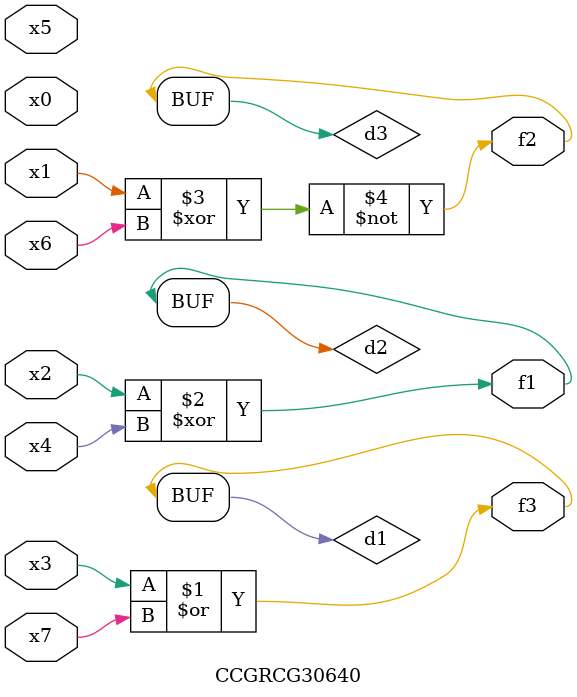
<source format=v>
module CCGRCG30640(
	input x0, x1, x2, x3, x4, x5, x6, x7,
	output f1, f2, f3
);

	wire d1, d2, d3;

	or (d1, x3, x7);
	xor (d2, x2, x4);
	xnor (d3, x1, x6);
	assign f1 = d2;
	assign f2 = d3;
	assign f3 = d1;
endmodule

</source>
